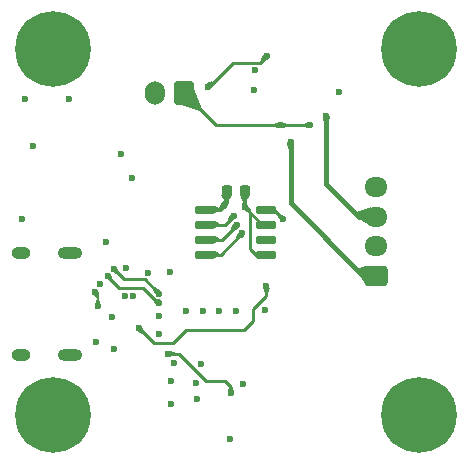
<source format=gbr>
%TF.GenerationSoftware,KiCad,Pcbnew,7.0.10*%
%TF.CreationDate,2024-02-04T10:39:00+08:00*%
%TF.ProjectId,42stepmotor,34327374-6570-46d6-9f74-6f722e6b6963,rev?*%
%TF.SameCoordinates,Original*%
%TF.FileFunction,Copper,L4,Bot*%
%TF.FilePolarity,Positive*%
%FSLAX46Y46*%
G04 Gerber Fmt 4.6, Leading zero omitted, Abs format (unit mm)*
G04 Created by KiCad (PCBNEW 7.0.10) date 2024-02-04 10:39:00*
%MOMM*%
%LPD*%
G01*
G04 APERTURE LIST*
G04 Aperture macros list*
%AMRoundRect*
0 Rectangle with rounded corners*
0 $1 Rounding radius*
0 $2 $3 $4 $5 $6 $7 $8 $9 X,Y pos of 4 corners*
0 Add a 4 corners polygon primitive as box body*
4,1,4,$2,$3,$4,$5,$6,$7,$8,$9,$2,$3,0*
0 Add four circle primitives for the rounded corners*
1,1,$1+$1,$2,$3*
1,1,$1+$1,$4,$5*
1,1,$1+$1,$6,$7*
1,1,$1+$1,$8,$9*
0 Add four rect primitives between the rounded corners*
20,1,$1+$1,$2,$3,$4,$5,0*
20,1,$1+$1,$4,$5,$6,$7,0*
20,1,$1+$1,$6,$7,$8,$9,0*
20,1,$1+$1,$8,$9,$2,$3,0*%
G04 Aperture macros list end*
%TA.AperFunction,ComponentPad*%
%ADD10RoundRect,0.250000X0.725000X-0.600000X0.725000X0.600000X-0.725000X0.600000X-0.725000X-0.600000X0*%
%TD*%
%TA.AperFunction,ComponentPad*%
%ADD11O,1.950000X1.700000*%
%TD*%
%TA.AperFunction,ComponentPad*%
%ADD12O,1.700000X2.000000*%
%TD*%
%TA.AperFunction,ComponentPad*%
%ADD13RoundRect,0.250000X0.600000X0.750000X-0.600000X0.750000X-0.600000X-0.750000X0.600000X-0.750000X0*%
%TD*%
%TA.AperFunction,ComponentPad*%
%ADD14O,2.100000X1.000000*%
%TD*%
%TA.AperFunction,ComponentPad*%
%ADD15O,1.600000X1.000000*%
%TD*%
%TA.AperFunction,ComponentPad*%
%ADD16C,0.800000*%
%TD*%
%TA.AperFunction,ComponentPad*%
%ADD17C,6.400000*%
%TD*%
%TA.AperFunction,SMDPad,CuDef*%
%ADD18RoundRect,0.150000X0.725000X0.150000X-0.725000X0.150000X-0.725000X-0.150000X0.725000X-0.150000X0*%
%TD*%
%TA.AperFunction,SMDPad,CuDef*%
%ADD19RoundRect,0.225000X0.225000X0.250000X-0.225000X0.250000X-0.225000X-0.250000X0.225000X-0.250000X0*%
%TD*%
%TA.AperFunction,ViaPad*%
%ADD20C,0.600000*%
%TD*%
%TA.AperFunction,Conductor*%
%ADD21C,0.400000*%
%TD*%
%TA.AperFunction,Conductor*%
%ADD22C,0.250000*%
%TD*%
%TA.AperFunction,Conductor*%
%ADD23C,0.200000*%
%TD*%
G04 APERTURE END LIST*
D10*
%TO.P,E2,1,Pin_1*%
%TO.N,OA1*%
X127400000Y-108200000D03*
D11*
%TO.P,E2,2,Pin_2*%
%TO.N,OA2*%
X127400000Y-105700000D03*
%TO.P,E2,3,Pin_3*%
%TO.N,OB2*%
X127400000Y-103200000D03*
%TO.P,E2,4,Pin_4*%
%TO.N,OB1*%
X127400000Y-100700000D03*
%TD*%
D12*
%TO.P,J1,2,Pin_2*%
%TO.N,GND*%
X108650000Y-92750000D03*
D13*
%TO.P,J1,1,Pin_1*%
%TO.N,4.5V-30V*%
X111150000Y-92750000D03*
%TD*%
D14*
%TO.P,J2,S1,SHIELD*%
%TO.N,GND*%
X101470000Y-106280000D03*
D15*
X97290000Y-106280000D03*
D14*
X101470000Y-114920000D03*
D15*
X97290000Y-114920000D03*
%TD*%
D16*
%TO.P,H3,1*%
%TO.N,N/C*%
X128600000Y-89000000D03*
X129302944Y-87302944D03*
X129302944Y-90697056D03*
X131000000Y-86600000D03*
D17*
X131000000Y-89000000D03*
D16*
X131000000Y-91400000D03*
X132697056Y-87302944D03*
X132697056Y-90697056D03*
X133400000Y-89000000D03*
%TD*%
%TO.P,H2,1*%
%TO.N,N/C*%
X97600000Y-120000000D03*
X98302944Y-118302944D03*
X98302944Y-121697056D03*
X100000000Y-117600000D03*
D17*
X100000000Y-120000000D03*
D16*
X100000000Y-122400000D03*
X101697056Y-118302944D03*
X101697056Y-121697056D03*
X102400000Y-120000000D03*
%TD*%
%TO.P,H4,1*%
%TO.N,N/C*%
X97600000Y-89000000D03*
X98302944Y-87302944D03*
X98302944Y-90697056D03*
X100000000Y-86600000D03*
D17*
X100000000Y-89000000D03*
D16*
X100000000Y-91400000D03*
X101697056Y-87302944D03*
X101697056Y-90697056D03*
X102400000Y-89000000D03*
%TD*%
%TO.P,H1,1*%
%TO.N,N/C*%
X128600000Y-120000000D03*
X129302944Y-118302944D03*
X129302944Y-121697056D03*
X131000000Y-117600000D03*
D17*
X131000000Y-120000000D03*
D16*
X131000000Y-122400000D03*
X132697056Y-118302944D03*
X132697056Y-121697056D03*
X133400000Y-120000000D03*
%TD*%
D18*
%TO.P,U2,1,CSN*%
%TO.N,SPI_CS*%
X118075000Y-102595000D03*
%TO.P,U2,2,HVPP*%
%TO.N,3.3V*%
X118075000Y-103865000D03*
%TO.P,U2,3,OUT*%
%TO.N,unconnected-(U2-OUT-Pad3)*%
X118075000Y-105135000D03*
%TO.P,U2,4,VDD*%
%TO.N,3.3V*%
X118075000Y-106405000D03*
%TO.P,U2,5,A/U*%
%TO.N,SPI_CLK*%
X112925000Y-106405000D03*
%TO.P,U2,6,B/V*%
%TO.N,SPI_MISO*%
X112925000Y-105135000D03*
%TO.P,U2,7,Z/W*%
%TO.N,SPI_MOSI*%
X112925000Y-103865000D03*
%TO.P,U2,8,GND*%
%TO.N,GND*%
X112925000Y-102595000D03*
%TD*%
D19*
%TO.P,C14,2*%
%TO.N,GND*%
X114725000Y-101000000D03*
%TO.P,C14,1*%
%TO.N,3.3V*%
X116275000Y-101000000D03*
%TD*%
D20*
%TO.N,GND*%
X110040000Y-119020000D03*
X110060000Y-117120000D03*
%TO.N,TMC_RX*%
X113150000Y-92210000D03*
X118175000Y-89555000D03*
%TO.N,OB2*%
X123150760Y-94700000D03*
%TO.N,4.5V-30V*%
X121800000Y-95450000D03*
X119300000Y-95450000D03*
%TO.N,OA1*%
X120150379Y-96850379D03*
%TO.N,TMC_STEP*%
X117150000Y-90775000D03*
%TO.N,TMC_DIR*%
X117048510Y-92498510D03*
%TO.N,GND*%
X108079508Y-107940981D03*
X124250760Y-92625760D03*
%TO.N,3.3V*%
X116275000Y-102375000D03*
%TO.N,GND*%
X114500000Y-102300000D03*
%TO.N,SPI_MOSI*%
X115400000Y-103100000D03*
%TO.N,SPI_MISO*%
X115650000Y-103859291D03*
%TO.N,SPI_CLK*%
X116075000Y-104600000D03*
%TO.N,SPI_CS*%
X119500000Y-103400000D03*
%TO.N,GND*%
X105200000Y-114400000D03*
X112170000Y-117300000D03*
X103700000Y-113800000D03*
X116100000Y-117400000D03*
X98325000Y-97225000D03*
X112700000Y-111200000D03*
X115500000Y-111200000D03*
X97700000Y-93200000D03*
X97400000Y-103400000D03*
X114100000Y-111200000D03*
X115000000Y-122000000D03*
X101400000Y-93200000D03*
X111300000Y-111200000D03*
X106800000Y-109900000D03*
X106100000Y-109900000D03*
X104500000Y-105300000D03*
X112200000Y-118600000D03*
X105800000Y-97900000D03*
%TO.N,3.3V*%
X106700000Y-99900000D03*
X110259999Y-115600000D03*
X118000000Y-111100000D03*
X105000000Y-111700000D03*
X112600000Y-115700000D03*
X109000000Y-113100000D03*
X109900000Y-107900000D03*
X109000000Y-111600000D03*
X106200000Y-107500000D03*
X104043627Y-108934654D03*
%TO.N,D-*%
X103850000Y-110800000D03*
X103599422Y-109600000D03*
%TO.N,RX*%
X105180921Y-107612624D03*
X109000000Y-109699997D03*
%TO.N,TX*%
X109000000Y-110500000D03*
X104670971Y-108229029D03*
%TO.N,OP*%
X118100000Y-109100000D03*
X107275000Y-112600000D03*
%TO.N,EN*%
X109800000Y-114800000D03*
X115100000Y-118100000D03*
%TD*%
D21*
%TO.N,OB2*%
X123170000Y-100470000D02*
X123200000Y-100500000D01*
X123200000Y-94749240D02*
X123170000Y-94779240D01*
D22*
%TO.N,OP*%
X117000000Y-112000000D02*
X117000000Y-111000000D01*
X110200000Y-113900000D02*
X111300000Y-112800000D01*
%TO.N,3.3V*%
X116700000Y-105904999D02*
X117200001Y-106405000D01*
%TO.N,TMC_RX*%
X113220000Y-92210000D02*
X113150000Y-92210000D01*
X115280000Y-90150000D02*
X113220000Y-92210000D01*
X117580000Y-90150000D02*
X115280000Y-90150000D01*
X118175000Y-89555000D02*
X117580000Y-90150000D01*
D21*
%TO.N,OB2*%
X123170000Y-94779240D02*
X123170000Y-100470000D01*
D22*
X123150760Y-94700000D02*
X123200000Y-94749240D01*
D21*
X123200000Y-100500000D02*
X125900000Y-103200000D01*
X125900000Y-103200000D02*
X127400000Y-103200000D01*
%TO.N,OA1*%
X120150379Y-102050379D02*
X126300000Y-108200000D01*
X126300000Y-108200000D02*
X127400000Y-108200000D01*
X120150379Y-96850379D02*
X120150379Y-102050379D01*
D22*
%TO.N,4.5V-30V*%
X113850000Y-95450000D02*
X111150000Y-92750000D01*
X119300000Y-95450000D02*
X113850000Y-95450000D01*
X119300000Y-95450000D02*
X121800000Y-95450000D01*
%TO.N,OP*%
X118100000Y-109900000D02*
X118100000Y-109100000D01*
X117000000Y-111000000D02*
X118100000Y-109900000D01*
X116200000Y-112800000D02*
X117000000Y-112000000D01*
X111300000Y-112800000D02*
X116200000Y-112800000D01*
X107275000Y-112600000D02*
X108575000Y-113900000D01*
X108575000Y-113900000D02*
X110200000Y-113900000D01*
%TO.N,SPI_CLK*%
X114270000Y-106405000D02*
X112925000Y-106405000D01*
X116075000Y-104600000D02*
X114270000Y-106405000D01*
%TO.N,3.3V*%
X116275000Y-102375000D02*
X116275000Y-101000000D01*
X117200001Y-106405000D02*
X118075000Y-106405000D01*
X116700000Y-102800000D02*
X116700000Y-105904999D01*
X116275000Y-102375000D02*
X116700000Y-102800000D01*
X117765000Y-103865000D02*
X118075000Y-103865000D01*
X116275000Y-102375000D02*
X117765000Y-103865000D01*
%TO.N,SPI_MISO*%
X114374291Y-105135000D02*
X112925000Y-105135000D01*
X115650000Y-103859291D02*
X114374291Y-105135000D01*
%TO.N,SPI_MOSI*%
X114635000Y-103865000D02*
X112925000Y-103865000D01*
X115400000Y-103100000D02*
X114635000Y-103865000D01*
%TO.N,RX*%
X105180921Y-107612624D02*
X106068297Y-108500000D01*
X106068297Y-108500000D02*
X107800003Y-108500000D01*
X107800003Y-108500000D02*
X109000000Y-109699997D01*
%TO.N,TX*%
X108916119Y-110500000D02*
X109000000Y-110500000D01*
X104670971Y-108270971D02*
X105650000Y-109250000D01*
X105650000Y-109250000D02*
X107666119Y-109250000D01*
X104670971Y-108229029D02*
X104670971Y-108270971D01*
X107666119Y-109250000D02*
X108916119Y-110500000D01*
%TO.N,SPI_CS*%
X118600000Y-102500000D02*
X118170000Y-102500000D01*
X119500000Y-103400000D02*
X118600000Y-102500000D01*
X118170000Y-102500000D02*
X118075000Y-102595000D01*
%TO.N,GND*%
X114500000Y-102300000D02*
X114725000Y-102075000D01*
X114725000Y-102075000D02*
X114725000Y-101000000D01*
X112925000Y-102595000D02*
X114205000Y-102595000D01*
X114205000Y-102595000D02*
X114500000Y-102300000D01*
D23*
%TO.N,D-*%
X103850000Y-109850578D02*
X103850000Y-110800000D01*
X103599422Y-109600000D02*
X103850000Y-109850578D01*
D22*
%TO.N,EN*%
X113000000Y-117100000D02*
X110700000Y-114800000D01*
X115100000Y-117600000D02*
X114600000Y-117100000D01*
X110700000Y-114800000D02*
X109800000Y-114800000D01*
X114600000Y-117100000D02*
X113000000Y-117100000D01*
X115100000Y-118100000D02*
X115100000Y-117600000D01*
%TD*%
%TA.AperFunction,Conductor*%
%TO.N,TMC_RX*%
G36*
X113515685Y-91742288D02*
G01*
X113519389Y-91744786D01*
X113684013Y-91909410D01*
X113687440Y-91917683D01*
X113685573Y-91924023D01*
X113432438Y-92316625D01*
X113425075Y-92321721D01*
X113418161Y-92321108D01*
X113153815Y-92212563D01*
X113147463Y-92206251D01*
X113147436Y-92206184D01*
X113039663Y-91943718D01*
X113039690Y-91934763D01*
X113046042Y-91928451D01*
X113046101Y-91928427D01*
X113076626Y-91916087D01*
X113506734Y-91742212D01*
X113515685Y-91742288D01*
G37*
%TD.AperFunction*%
%TD*%
%TA.AperFunction,Conductor*%
%TO.N,TMC_RX*%
G36*
X117907707Y-89444248D02*
G01*
X118171184Y-89552436D01*
X118177536Y-89558748D01*
X118177563Y-89558815D01*
X118285751Y-89822292D01*
X118285724Y-89831247D01*
X118280346Y-89837106D01*
X117846740Y-90063673D01*
X117837821Y-90064467D01*
X117833049Y-90061576D01*
X117668423Y-89896950D01*
X117664996Y-89888677D01*
X117666324Y-89883264D01*
X117892894Y-89449651D01*
X117899762Y-89443907D01*
X117907707Y-89444248D01*
G37*
%TD.AperFunction*%
%TD*%
%TA.AperFunction,Conductor*%
%TO.N,OB2*%
G36*
X123437414Y-94699955D02*
G01*
X123445675Y-94703409D01*
X123449074Y-94711694D01*
X123448968Y-94713226D01*
X123371372Y-95286044D01*
X123366866Y-95293782D01*
X123359778Y-95296173D01*
X122979589Y-95296173D01*
X122971316Y-95292746D01*
X122968117Y-95286771D01*
X122875478Y-94824204D01*
X122877213Y-94815419D01*
X122882439Y-94811110D01*
X123148582Y-94699909D01*
X123153122Y-94699007D01*
X123437414Y-94699955D01*
G37*
%TD.AperFunction*%
%TD*%
%TA.AperFunction,Conductor*%
%TO.N,OB2*%
G36*
X126949415Y-102418459D02*
G01*
X126954617Y-102423239D01*
X127397362Y-103194878D01*
X127398507Y-103203760D01*
X127397358Y-103206532D01*
X126955724Y-103974849D01*
X126948630Y-103980314D01*
X126939749Y-103979162D01*
X126939452Y-103978985D01*
X125541392Y-103119373D01*
X125536139Y-103112120D01*
X125537553Y-103103278D01*
X125539243Y-103101137D01*
X125809778Y-102830602D01*
X125814047Y-102827882D01*
X126940469Y-102418067D01*
X126949415Y-102418459D01*
G37*
%TD.AperFunction*%
%TD*%
%TA.AperFunction,Conductor*%
%TO.N,OA1*%
G36*
X126581618Y-107371958D02*
G01*
X126584129Y-107373890D01*
X127041466Y-107836962D01*
X127390213Y-108190081D01*
X127393588Y-108198375D01*
X127390109Y-108206627D01*
X127387878Y-108208352D01*
X126433666Y-108777070D01*
X126424805Y-108778362D01*
X126418616Y-108774423D01*
X125652622Y-107836962D01*
X125650041Y-107828387D01*
X125653408Y-107821287D01*
X125926570Y-107548125D01*
X125931768Y-107545111D01*
X126572737Y-107370822D01*
X126581618Y-107371958D01*
G37*
%TD.AperFunction*%
%TD*%
%TA.AperFunction,Conductor*%
%TO.N,OA1*%
G36*
X120436614Y-96850333D02*
G01*
X120444876Y-96853787D01*
X120448275Y-96862072D01*
X120448116Y-96863956D01*
X120352009Y-97440602D01*
X120347268Y-97448200D01*
X120340468Y-97450379D01*
X119960290Y-97450379D01*
X119952017Y-97446952D01*
X119948749Y-97440602D01*
X119852641Y-96863953D01*
X119854661Y-96855233D01*
X119862259Y-96850492D01*
X119864141Y-96850333D01*
X120150379Y-96849379D01*
X120436614Y-96850333D01*
G37*
%TD.AperFunction*%
%TD*%
%TA.AperFunction,Conductor*%
%TO.N,4.5V-30V*%
G36*
X111997983Y-92402458D02*
G01*
X112004309Y-92408796D01*
X112004372Y-92408953D01*
X112670006Y-94088913D01*
X112669868Y-94097867D01*
X112667402Y-94101496D01*
X112501196Y-94267702D01*
X112492923Y-94271129D01*
X112489180Y-94270514D01*
X110957676Y-93753295D01*
X110950935Y-93747401D01*
X110949950Y-93739905D01*
X111148061Y-92755412D01*
X111153052Y-92747980D01*
X111155056Y-92746912D01*
X111989030Y-92402449D01*
X111997983Y-92402458D01*
G37*
%TD.AperFunction*%
%TD*%
%TA.AperFunction,Conductor*%
%TO.N,4.5V-30V*%
G36*
X119183931Y-95176823D02*
G01*
X119189309Y-95182682D01*
X119299115Y-95445489D01*
X119299142Y-95454444D01*
X119299115Y-95454511D01*
X119189309Y-95717317D01*
X119182957Y-95723629D01*
X119175012Y-95723970D01*
X118708199Y-95577571D01*
X118701330Y-95571825D01*
X118700000Y-95566407D01*
X118700000Y-95333592D01*
X118703427Y-95325319D01*
X118708196Y-95322429D01*
X119175013Y-95176029D01*
X119183931Y-95176823D01*
G37*
%TD.AperFunction*%
%TD*%
%TA.AperFunction,Conductor*%
%TO.N,4.5V-30V*%
G36*
X121683931Y-95176823D02*
G01*
X121689309Y-95182682D01*
X121799115Y-95445489D01*
X121799142Y-95454444D01*
X121799115Y-95454511D01*
X121689309Y-95717317D01*
X121682957Y-95723629D01*
X121675012Y-95723970D01*
X121208199Y-95577571D01*
X121201330Y-95571825D01*
X121200000Y-95566407D01*
X121200000Y-95333592D01*
X121203427Y-95325319D01*
X121208196Y-95322429D01*
X121675013Y-95176029D01*
X121683931Y-95176823D01*
G37*
%TD.AperFunction*%
%TD*%
%TA.AperFunction,Conductor*%
%TO.N,4.5V-30V*%
G36*
X119891802Y-95322429D02*
G01*
X119898670Y-95328174D01*
X119900000Y-95333592D01*
X119900000Y-95566407D01*
X119896573Y-95574680D01*
X119891801Y-95577571D01*
X119424987Y-95723970D01*
X119416068Y-95723176D01*
X119410691Y-95717318D01*
X119300883Y-95454509D01*
X119300857Y-95445556D01*
X119300862Y-95445542D01*
X119410691Y-95182680D01*
X119417042Y-95176370D01*
X119424986Y-95176029D01*
X119891802Y-95322429D01*
G37*
%TD.AperFunction*%
%TD*%
%TA.AperFunction,Conductor*%
%TO.N,OP*%
G36*
X118367318Y-109210691D02*
G01*
X118373629Y-109217042D01*
X118373970Y-109224987D01*
X118227571Y-109691801D01*
X118221825Y-109698670D01*
X118216407Y-109700000D01*
X117983593Y-109700000D01*
X117975320Y-109696573D01*
X117972429Y-109691801D01*
X117826029Y-109224987D01*
X117826823Y-109216068D01*
X117832679Y-109210692D01*
X118095490Y-109100883D01*
X118104444Y-109100857D01*
X118367318Y-109210691D01*
G37*
%TD.AperFunction*%
%TD*%
%TA.AperFunction,Conductor*%
%TO.N,OP*%
G36*
X107551247Y-112489275D02*
G01*
X107557105Y-112494652D01*
X107756974Y-112877164D01*
X107783673Y-112928259D01*
X107784467Y-112937178D01*
X107781576Y-112941950D01*
X107616950Y-113106576D01*
X107608677Y-113110003D01*
X107603260Y-113108673D01*
X107169652Y-112882105D01*
X107163907Y-112875237D01*
X107164247Y-112867293D01*
X107272436Y-112603814D01*
X107278746Y-112597464D01*
X107542293Y-112489248D01*
X107551247Y-112489275D01*
G37*
%TD.AperFunction*%
%TD*%
%TA.AperFunction,Conductor*%
%TO.N,SPI_CLK*%
G36*
X113711638Y-106118182D02*
G01*
X114092800Y-106277000D01*
X114099119Y-106283345D01*
X114100000Y-106287800D01*
X114100000Y-106522199D01*
X114096573Y-106530472D01*
X114092800Y-106532999D01*
X113711640Y-106691816D01*
X113703096Y-106691995D01*
X112953804Y-106415979D01*
X112947225Y-106409903D01*
X112946869Y-106400956D01*
X112952945Y-106394377D01*
X112953804Y-106394021D01*
X113703097Y-106118004D01*
X113711638Y-106118182D01*
G37*
%TD.AperFunction*%
%TD*%
%TA.AperFunction,Conductor*%
%TO.N,SPI_CLK*%
G36*
X115807707Y-104489248D02*
G01*
X116071184Y-104597436D01*
X116077536Y-104603748D01*
X116077563Y-104603815D01*
X116185751Y-104867292D01*
X116185724Y-104876247D01*
X116180346Y-104882106D01*
X115746740Y-105108673D01*
X115737821Y-105109467D01*
X115733049Y-105106576D01*
X115568423Y-104941950D01*
X115564996Y-104933677D01*
X115566324Y-104928264D01*
X115792894Y-104494651D01*
X115799762Y-104488907D01*
X115807707Y-104489248D01*
G37*
%TD.AperFunction*%
%TD*%
%TA.AperFunction,Conductor*%
%TO.N,3.3V*%
G36*
X116399680Y-101778427D02*
G01*
X116402571Y-101783199D01*
X116548970Y-102250012D01*
X116548176Y-102258931D01*
X116542317Y-102264309D01*
X116279511Y-102374115D01*
X116270556Y-102374142D01*
X116270489Y-102374115D01*
X116007682Y-102264309D01*
X116001370Y-102257957D01*
X116001029Y-102250013D01*
X116147429Y-101783199D01*
X116153175Y-101776330D01*
X116158593Y-101775000D01*
X116391407Y-101775000D01*
X116399680Y-101778427D01*
G37*
%TD.AperFunction*%
%TD*%
%TA.AperFunction,Conductor*%
%TO.N,3.3V*%
G36*
X116282187Y-101004597D02*
G01*
X116700169Y-101330104D01*
X116704591Y-101337891D01*
X116703349Y-101344756D01*
X116403283Y-101918721D01*
X116396413Y-101924465D01*
X116392914Y-101925000D01*
X116157086Y-101925000D01*
X116148813Y-101921573D01*
X116146717Y-101918721D01*
X115846650Y-101344756D01*
X115845854Y-101335836D01*
X115849828Y-101330106D01*
X116267811Y-101004597D01*
X116276444Y-101002218D01*
X116282187Y-101004597D01*
G37*
%TD.AperFunction*%
%TD*%
%TA.AperFunction,Conductor*%
%TO.N,3.3V*%
G36*
X116551247Y-102264275D02*
G01*
X116557105Y-102269652D01*
X116756974Y-102652164D01*
X116783673Y-102703259D01*
X116784467Y-102712178D01*
X116781576Y-102716950D01*
X116616950Y-102881576D01*
X116608677Y-102885003D01*
X116603260Y-102883673D01*
X116169652Y-102657105D01*
X116163907Y-102650237D01*
X116164247Y-102642293D01*
X116272436Y-102378814D01*
X116278746Y-102372464D01*
X116542293Y-102264248D01*
X116551247Y-102264275D01*
G37*
%TD.AperFunction*%
%TD*%
%TA.AperFunction,Conductor*%
%TO.N,3.3V*%
G36*
X116551247Y-102264275D02*
G01*
X116557105Y-102269652D01*
X116756974Y-102652164D01*
X116783673Y-102703259D01*
X116784467Y-102712178D01*
X116781576Y-102716950D01*
X116616950Y-102881576D01*
X116608677Y-102885003D01*
X116603260Y-102883673D01*
X116169652Y-102657105D01*
X116163907Y-102650237D01*
X116164247Y-102642293D01*
X116272436Y-102378814D01*
X116278746Y-102372464D01*
X116542293Y-102264248D01*
X116551247Y-102264275D01*
G37*
%TD.AperFunction*%
%TD*%
%TA.AperFunction,Conductor*%
%TO.N,SPI_MISO*%
G36*
X113711638Y-104848182D02*
G01*
X114092800Y-105007000D01*
X114099119Y-105013345D01*
X114100000Y-105017800D01*
X114100000Y-105252199D01*
X114096573Y-105260472D01*
X114092800Y-105262999D01*
X113711640Y-105421816D01*
X113703096Y-105421995D01*
X112953804Y-105145979D01*
X112947225Y-105139903D01*
X112946869Y-105130956D01*
X112952945Y-105124377D01*
X112953804Y-105124021D01*
X113703097Y-104848004D01*
X113711638Y-104848182D01*
G37*
%TD.AperFunction*%
%TD*%
%TA.AperFunction,Conductor*%
%TO.N,SPI_MISO*%
G36*
X115382707Y-103748539D02*
G01*
X115646184Y-103856727D01*
X115652536Y-103863039D01*
X115652563Y-103863106D01*
X115760751Y-104126583D01*
X115760724Y-104135538D01*
X115755346Y-104141397D01*
X115321740Y-104367964D01*
X115312821Y-104368758D01*
X115308049Y-104365867D01*
X115143423Y-104201241D01*
X115139996Y-104192968D01*
X115141324Y-104187555D01*
X115367894Y-103753942D01*
X115374762Y-103748198D01*
X115382707Y-103748539D01*
G37*
%TD.AperFunction*%
%TD*%
%TA.AperFunction,Conductor*%
%TO.N,SPI_MOSI*%
G36*
X113711638Y-103578182D02*
G01*
X114092800Y-103737000D01*
X114099119Y-103743345D01*
X114100000Y-103747800D01*
X114100000Y-103982199D01*
X114096573Y-103990472D01*
X114092800Y-103992999D01*
X113711640Y-104151816D01*
X113703096Y-104151995D01*
X112953804Y-103875979D01*
X112947225Y-103869903D01*
X112946869Y-103860956D01*
X112952945Y-103854377D01*
X112953804Y-103854021D01*
X113703097Y-103578004D01*
X113711638Y-103578182D01*
G37*
%TD.AperFunction*%
%TD*%
%TA.AperFunction,Conductor*%
%TO.N,SPI_MOSI*%
G36*
X115132707Y-102989248D02*
G01*
X115396184Y-103097436D01*
X115402536Y-103103748D01*
X115402563Y-103103815D01*
X115509943Y-103365324D01*
X115509916Y-103374279D01*
X115503564Y-103380591D01*
X115502417Y-103380994D01*
X115439946Y-103399338D01*
X115394937Y-103428264D01*
X115318872Y-103477148D01*
X115318871Y-103477148D01*
X115318871Y-103477149D01*
X115316535Y-103479845D01*
X115313112Y-103482551D01*
X115071740Y-103608673D01*
X115062821Y-103609467D01*
X115058049Y-103606576D01*
X114893423Y-103441950D01*
X114889996Y-103433677D01*
X114891324Y-103428264D01*
X115117894Y-102994651D01*
X115124762Y-102988907D01*
X115132707Y-102989248D01*
G37*
%TD.AperFunction*%
%TD*%
%TA.AperFunction,Conductor*%
%TO.N,RX*%
G36*
X105457168Y-107501899D02*
G01*
X105463026Y-107507276D01*
X105662895Y-107889788D01*
X105689594Y-107940883D01*
X105690388Y-107949802D01*
X105687497Y-107954574D01*
X105522871Y-108119200D01*
X105514598Y-108122627D01*
X105509181Y-108121297D01*
X105075573Y-107894729D01*
X105069828Y-107887861D01*
X105070168Y-107879917D01*
X105178357Y-107616438D01*
X105184667Y-107610088D01*
X105448214Y-107501872D01*
X105457168Y-107501899D01*
G37*
%TD.AperFunction*%
%TD*%
%TA.AperFunction,Conductor*%
%TO.N,RX*%
G36*
X108671736Y-109191322D02*
G01*
X109105346Y-109417890D01*
X109111092Y-109424759D01*
X109110751Y-109432704D01*
X109002563Y-109696181D01*
X108996251Y-109702533D01*
X108996184Y-109702560D01*
X108732707Y-109810748D01*
X108723752Y-109810721D01*
X108717893Y-109805343D01*
X108491325Y-109371734D01*
X108490532Y-109362818D01*
X108493421Y-109358048D01*
X108658050Y-109193419D01*
X108666322Y-109189993D01*
X108671736Y-109191322D01*
G37*
%TD.AperFunction*%
%TD*%
%TA.AperFunction,Conductor*%
%TO.N,TX*%
G36*
X104946620Y-108118550D02*
G01*
X104952779Y-108124545D01*
X105155167Y-108574340D01*
X105155436Y-108583291D01*
X105152770Y-108587414D01*
X104988128Y-108752056D01*
X104979855Y-108755483D01*
X104973888Y-108753847D01*
X104564862Y-108511348D01*
X104559493Y-108504181D01*
X104560006Y-108496840D01*
X104668407Y-108232844D01*
X104674717Y-108226493D01*
X104937665Y-108118523D01*
X104946620Y-108118550D01*
G37*
%TD.AperFunction*%
%TD*%
%TA.AperFunction,Conductor*%
%TO.N,TX*%
G36*
X108638068Y-110046634D02*
G01*
X108638616Y-110047222D01*
X108668872Y-110082140D01*
X108789947Y-110159950D01*
X108896694Y-110191293D01*
X108928038Y-110200497D01*
X109054233Y-110200497D01*
X109058410Y-110201268D01*
X109103607Y-110218553D01*
X109110111Y-110224709D01*
X109110356Y-110233660D01*
X109110251Y-110233925D01*
X109001606Y-110498516D01*
X108999029Y-110502373D01*
X108797926Y-110702140D01*
X108789641Y-110705539D01*
X108781379Y-110702085D01*
X108779966Y-110700360D01*
X108459113Y-110222397D01*
X108457347Y-110213618D01*
X108460552Y-110207605D01*
X108621525Y-110046632D01*
X108629795Y-110043207D01*
X108638068Y-110046634D01*
G37*
%TD.AperFunction*%
%TD*%
%TA.AperFunction,Conductor*%
%TO.N,SPI_CS*%
G36*
X119171736Y-102891325D02*
G01*
X119605346Y-103117893D01*
X119611092Y-103124762D01*
X119610751Y-103132707D01*
X119502563Y-103396184D01*
X119496251Y-103402536D01*
X119496184Y-103402563D01*
X119232707Y-103510751D01*
X119223752Y-103510724D01*
X119217893Y-103505346D01*
X118991325Y-103071737D01*
X118990532Y-103062821D01*
X118993421Y-103058051D01*
X119158050Y-102893422D01*
X119166322Y-102889996D01*
X119171736Y-102891325D01*
G37*
%TD.AperFunction*%
%TD*%
%TA.AperFunction,Conductor*%
%TO.N,GND*%
G36*
X114845362Y-101796625D02*
G01*
X114848789Y-101804898D01*
X114848732Y-101806047D01*
X114801037Y-102289484D01*
X114796815Y-102297380D01*
X114789433Y-102300035D01*
X114504885Y-102300983D01*
X114496600Y-102297584D01*
X114496553Y-102297537D01*
X114296342Y-102096382D01*
X114292935Y-102088100D01*
X114296381Y-102079835D01*
X114296534Y-102079686D01*
X114596619Y-101796390D01*
X114604651Y-101793198D01*
X114837089Y-101793198D01*
X114845362Y-101796625D01*
G37*
%TD.AperFunction*%
%TD*%
%TA.AperFunction,Conductor*%
%TO.N,GND*%
G36*
X114732187Y-101004597D02*
G01*
X115150169Y-101330104D01*
X115154591Y-101337891D01*
X115153349Y-101344756D01*
X114853283Y-101918721D01*
X114846413Y-101924465D01*
X114842914Y-101925000D01*
X114607086Y-101925000D01*
X114598813Y-101921573D01*
X114596717Y-101918721D01*
X114296650Y-101344756D01*
X114295854Y-101335836D01*
X114299828Y-101330106D01*
X114717811Y-101004597D01*
X114726444Y-101002218D01*
X114732187Y-101004597D01*
G37*
%TD.AperFunction*%
%TD*%
%TA.AperFunction,Conductor*%
%TO.N,GND*%
G36*
X113711638Y-102308182D02*
G01*
X114092800Y-102467000D01*
X114099119Y-102473345D01*
X114100000Y-102477800D01*
X114100000Y-102712199D01*
X114096573Y-102720472D01*
X114092800Y-102722999D01*
X113711640Y-102881816D01*
X113703096Y-102881995D01*
X112953804Y-102605979D01*
X112947225Y-102599903D01*
X112946869Y-102590956D01*
X112952945Y-102584377D01*
X112953804Y-102584021D01*
X113703097Y-102308004D01*
X113711638Y-102308182D01*
G37*
%TD.AperFunction*%
%TD*%
%TA.AperFunction,Conductor*%
%TO.N,GND*%
G36*
X114296185Y-102096401D02*
G01*
X114297760Y-102097714D01*
X114499328Y-102298336D01*
X114501897Y-102302185D01*
X114609622Y-102564542D01*
X114609595Y-102573497D01*
X114603243Y-102579809D01*
X114601541Y-102580360D01*
X114036635Y-102716519D01*
X114027789Y-102715126D01*
X114022519Y-102707887D01*
X114022193Y-102705145D01*
X114022193Y-102473667D01*
X114024287Y-102466988D01*
X114141541Y-102298336D01*
X114279900Y-102099327D01*
X114287436Y-102094492D01*
X114296185Y-102096401D01*
G37*
%TD.AperFunction*%
%TD*%
%TA.AperFunction,Conductor*%
%TO.N,D-*%
G36*
X103950090Y-110203427D02*
G01*
X103952807Y-110207687D01*
X104123330Y-110674694D01*
X104122949Y-110683641D01*
X104116851Y-110689503D01*
X103854511Y-110799115D01*
X103845556Y-110799142D01*
X103845489Y-110799115D01*
X103583148Y-110689503D01*
X103576836Y-110683151D01*
X103576669Y-110674697D01*
X103747193Y-110207686D01*
X103753249Y-110201091D01*
X103758183Y-110200000D01*
X103941817Y-110200000D01*
X103950090Y-110203427D01*
G37*
%TD.AperFunction*%
%TD*%
%TA.AperFunction,Conductor*%
%TO.N,D-*%
G36*
X103888891Y-109599964D02*
G01*
X103897151Y-109603418D01*
X103900490Y-109610478D01*
X103921044Y-109812132D01*
X103948687Y-110083322D01*
X103946116Y-110091900D01*
X103938233Y-110096148D01*
X103937047Y-110096208D01*
X103754036Y-110096208D01*
X103746822Y-110093719D01*
X103397663Y-109820256D01*
X103393264Y-109812458D01*
X103395667Y-109803832D01*
X103396575Y-109802802D01*
X103595977Y-109602461D01*
X103604239Y-109599016D01*
X103888891Y-109599964D01*
G37*
%TD.AperFunction*%
%TD*%
%TA.AperFunction,Conductor*%
%TO.N,EN*%
G36*
X110391802Y-114672429D02*
G01*
X110398670Y-114678174D01*
X110400000Y-114683592D01*
X110400000Y-114916407D01*
X110396573Y-114924680D01*
X110391801Y-114927571D01*
X109924987Y-115073970D01*
X109916068Y-115073176D01*
X109910691Y-115067318D01*
X109800883Y-114804509D01*
X109800857Y-114795556D01*
X109800862Y-114795542D01*
X109910691Y-114532680D01*
X109917042Y-114526370D01*
X109924986Y-114526029D01*
X110391802Y-114672429D01*
G37*
%TD.AperFunction*%
%TD*%
%TA.AperFunction,Conductor*%
%TO.N,EN*%
G36*
X115122514Y-117452609D02*
G01*
X115124802Y-117455847D01*
X115371875Y-117974101D01*
X115372342Y-117983044D01*
X115366349Y-117989697D01*
X115365825Y-117989932D01*
X115105206Y-118098827D01*
X115096251Y-118098854D01*
X115096204Y-118098835D01*
X114832776Y-117989327D01*
X114826452Y-117982987D01*
X114826128Y-117974947D01*
X114940036Y-117620366D01*
X114942899Y-117615678D01*
X115105969Y-117452608D01*
X115114241Y-117449182D01*
X115122514Y-117452609D01*
G37*
%TD.AperFunction*%
%TD*%
M02*

</source>
